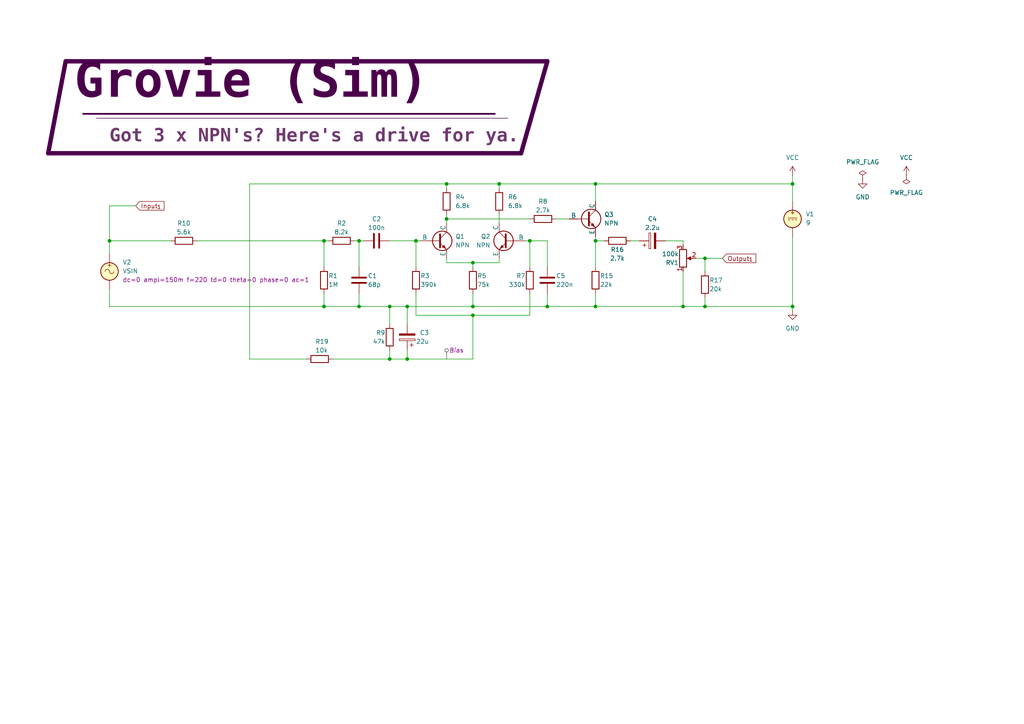
<source format=kicad_sch>
(kicad_sch (version 20231120) (generator "eeschema") (generator_version "8.0")
  (paper "A4")
  (title_block (title "Grovie") (date "2025-10-16") (rev "v0.0.0") (company "Quick_Butterfly_4571 (D.B. Buchholz)"))
  (lib_symbols
    (symbol "Device:C" (pin_numbers hide) (pin_names (offset 0.254))
      (property "Reference" "C" (at 0.635 2.54 0))
      (property "Value" "C" (at 0.635 -2.54 0))
      (symbol "C_0_1"
        (polyline (pts (xy -2.032 -0.762) (xy 2.032 -0.762)) (stroke (width 0.508)))
        (polyline (pts (xy -2.032 0.762) (xy 2.032 0.762)) (stroke (width 0.508)))
      )
      (symbol "C_1_1"
        (pin passive line (at 0 3.81 270) (length 2.794) (name "~") (number "1"))
        (pin passive line (at 0 -3.81 90) (length 2.794) (name "~") (number "2"))
      )
    )
    (symbol "Device:C_Polarized" (pin_numbers hide) (pin_names (offset 0.254))
      (property "Reference" "C" (at 0.635 2.54 0))
      (property "Value" "C_Polarized" (at 0.635 -2.54 0))
      (symbol "C_Polarized_0_1"
        (rectangle (start -2.286 0.508) (end 2.286 1.016))
        (polyline (pts (xy -1.778 2.286) (xy -0.762 2.286)))
        (polyline (pts (xy -1.27 2.794) (xy -1.27 1.778)))
        (rectangle (start 2.286 -0.508) (end -2.286 -1.016) (fill (type outline)))
      )
      (symbol "C_Polarized_1_1"
        (pin passive line (at 0 3.81 270) (length 2.794) (name "~") (number "1"))
        (pin passive line (at 0 -3.81 90) (length 2.794) (name "~") (number "2"))
      )
    )
    (symbol "Device:R" (pin_numbers hide) (pin_names (offset 0))
      (property "Reference" "R" (at 2.032 0 90))
      (property "Value" "R" (at 0 0 90))
      (symbol "R_0_1"
        (rectangle (start -1.016 -2.54) (end 1.016 2.54) (stroke (width 0.254)))
      )
      (symbol "R_1_1"
        (pin passive line (at 0 3.81 270) (length 1.27) (name "~") (number "1"))
        (pin passive line (at 0 -3.81 90) (length 1.27) (name "~") (number "2"))
      )
    )
    (symbol "Device:R_Potentiometer" (pin_names (offset 1.016) hide)
      (property "Reference" "RV" (at -4.445 0 90))
      (property "Value" "R_Potentiometer" (at -2.54 0 90))
      (symbol "R_Potentiometer_0_1"
        (polyline (pts (xy 2.54 0) (xy 1.524 0)))
        (polyline (pts (xy 1.143 0) (xy 2.286 0.508) (xy 2.286 -0.508) (xy 1.143 0)) (fill (type outline)))
        (rectangle (start 1.016 2.54) (end -1.016 -2.54) (stroke (width 0.254)))
      )
      (symbol "R_Potentiometer_1_1"
        (pin passive line (at 0 3.81 270) (length 1.27) (name "1") (number "1"))
        (pin passive line (at 3.81 0 180) (length 1.27) (name "2") (number "2"))
        (pin passive line (at 0 -3.81 90) (length 1.27) (name "3") (number "3"))
      )
    )
    (symbol "Simulation_SPICE:NPN" (pin_numbers hide) (pin_names (offset 0))
      (property "Reference" "Q" (at -2.54 7.62 0))
      (property "Value" "NPN" (at -2.54 5.08 0))
      (symbol "NPN_0_1"
        (polyline (pts (xy -2.54 0) (xy 0.635 0)) (stroke (width 0.1524)))
        (polyline (pts (xy 0.635 0.635) (xy 2.54 2.54)))
        (polyline (pts (xy 2.794 -1.27) (xy 2.794 -1.27)) (stroke (width 0.1524)))
        (polyline (pts (xy 2.794 -1.27) (xy 2.794 -1.27)) (stroke (width 0.1524)))
        (polyline (pts (xy 0.635 -0.635) (xy 2.54 -2.54) (xy 2.54 -2.54)))
        (polyline (pts (xy 0.635 1.905) (xy 0.635 -1.905) (xy 0.635 -1.905)) (stroke (width 0.508)))
        (polyline (pts (xy 1.27 -1.778) (xy 1.778 -1.27) (xy 2.286 -2.286) (xy 1.27 -1.778) (xy 1.27 -1.778)) (fill (type outline)))
        (circle (center 1.27 0) (radius 2.8194) (stroke (width 0.254)))
      )
      (symbol "NPN_1_1"
        (pin open_collector line (at 2.54 5.08 270) (length 2.54) (name "C") (number "1"))
        (pin input line (at -5.08 0 0) (length 2.54) (name "B") (number "2"))
        (pin open_emitter line (at 2.54 -5.08 90) (length 2.54) (name "E") (number "3"))
      )
    )
    (symbol "Simulation_SPICE:VDC" (pin_numbers hide) (pin_names (offset 0.0254))
      (property "Reference" "V" (at 2.54 2.54 0))
      (property "Value" "1" (at 2.54 0 0))
      (symbol "VDC_0_0"
        (polyline (pts (xy -1.27 0.254) (xy 1.27 0.254)))
        (polyline (pts (xy -0.762 -0.254) (xy -1.27 -0.254)))
        (polyline (pts (xy 0.254 -0.254) (xy -0.254 -0.254)))
        (polyline (pts (xy 1.27 -0.254) (xy 0.762 -0.254)))
        (text "+" (at 0 1.905 0) (effects (font (size 1.27 1.27))))
      )
      (symbol "VDC_0_1"
        (circle (center 0 0) (radius 2.54) (stroke (width 0.254)) (fill (type background)))
      )
      (symbol "VDC_1_1"
        (pin passive line (at 0 5.08 270) (length 2.54) (name "~") (number "1"))
        (pin passive line (at 0 -5.08 90) (length 2.54) (name "~") (number "2"))
      )
    )
    (symbol "Simulation_SPICE:VSIN" (pin_numbers hide) (pin_names (offset 0.0254))
      (property "Reference" "V" (at 2.54 2.54 0))
      (property "Value" "VSIN" (at 2.54 0 0))
      (property "Sim.Params" "dc=0 ampl=1 f=1k ac=1" (at 2.54 -2.54 0))
      (symbol "VSIN_0_0"
        (arc (start 0 0) (mid -0.635 0.6323) (end -1.27 0))
        (arc (start 0 0) (mid 0.635 -0.6323) (end 1.27 0))
        (text "+" (at 0 1.905 0) (effects (font (size 1.27 1.27))))
      )
      (symbol "VSIN_0_1"
        (circle (center 0 0) (radius 2.54) (stroke (width 0.254)) (fill (type background)))
      )
      (symbol "VSIN_1_1"
        (pin passive line (at 0 5.08 270) (length 2.54) (name "~") (number "1"))
        (pin passive line (at 0 -5.08 90) (length 2.54) (name "~") (number "2"))
      )
    )
    (symbol "power:GND" (power) (pin_numbers hide) (pin_names (offset 0) hide)
      (property "Value" "GND" (at 0 -3.81 0))
      (symbol "GND_0_1"
        (polyline (pts (xy 0 0) (xy 0 -1.27) (xy 1.27 -1.27) (xy 0 -2.54) (xy -1.27 -1.27) (xy 0 -1.27)))
      )
      (symbol "GND_1_1"
        (pin power_in line (at 0 0 270) (length 0) (name "~") (number "1"))
      )
    )
    (symbol "power:PWR_FLAG" (power) (pin_numbers hide) (pin_names (offset 0) hide)
      (property "Value" "PWR_FLAG" (at 0 3.81 0))
      (symbol "PWR_FLAG_0_0"
        (pin power_out line (at 0 0 90) (length 0) (name "~") (number "1"))
      )
      (symbol "PWR_FLAG_0_1"
        (polyline (pts (xy 0 0) (xy 0 1.27) (xy -1.016 1.905) (xy 0 2.54) (xy 1.016 1.905) (xy 0 1.27)))
      )
    )
    (symbol "power:VCC" (power) (pin_numbers hide) (pin_names (offset 0) hide)
      (property "Value" "VCC" (at 0 3.556 0))
      (symbol "VCC_0_1"
        (polyline (pts (xy -0.762 1.27) (xy 0 2.54)))
        (polyline (pts (xy 0 0) (xy 0 2.54)))
        (polyline (pts (xy 0 2.54) (xy 0.762 1.27)))
      )
      (symbol "VCC_1_1"
        (pin power_in line (at 0 0 90) (length 0) (name "~") (number "1"))
      )
    )
  )
  (junction (at 172.72 69.85))
  (junction (at 104.14 88.9))
  (junction (at 229.87 88.9))
  (junction (at 158.75 88.9))
  (junction (at 198.12 88.9))
  (junction (at 113.03 104.14))
  (junction (at 144.78 53.34))
  (junction (at 153.67 69.85))
  (junction (at 172.72 88.9))
  (junction (at 93.98 88.9))
  (junction (at 204.47 88.9))
  (junction (at 113.03 88.9))
  (junction (at 118.11 104.14))
  (junction (at 120.65 69.85))
  (junction (at 137.16 76.2))
  (junction (at 172.72 53.34))
  (junction (at 31.75 69.85))
  (junction (at 129.54 53.34))
  (junction (at 104.14 69.85))
  (junction (at 93.98 69.85))
  (junction (at 204.47 74.93))
  (junction (at 229.87 53.34))
  (junction (at 137.16 91.44))
  (junction (at 118.11 88.9))
  (junction (at 137.16 88.9))
  (junction (at 129.54 63.5))
  (wire (pts (xy 121.92 69.85) (xy 120.65 69.85)))
  (wire (pts (xy 198.12 78.74) (xy 198.12 88.9)))
  (wire (pts (xy 229.87 50.8) (xy 229.87 53.34)))
  (wire (pts (xy 113.03 101.6) (xy 113.03 104.14)))
  (wire (pts (xy 104.14 88.9) (xy 113.03 88.9)))
  (wire (pts (xy 93.98 69.85) (xy 95.25 69.85)))
  (wire (pts (xy 129.54 76.2) (xy 137.16 76.2)))
  (wire (pts (xy 113.03 88.9) (xy 113.03 93.98)))
  (wire (pts (xy 120.65 69.85) (xy 120.65 77.47)))
  (polyline (pts (xy 27.94 34.29) (xy 147.32 34.29)) (stroke (width 0) (color 72 0 72 1)))
  (wire (pts (xy 172.72 85.09) (xy 172.72 88.9)))
  (wire (pts (xy 137.16 91.44) (xy 137.16 104.14)))
  (wire (pts (xy 172.72 53.34) (xy 229.87 53.34)))
  (wire (pts (xy 172.72 69.85) (xy 175.26 69.85)))
  (wire (pts (xy 113.03 104.14) (xy 118.11 104.14)))
  (wire (pts (xy 96.52 104.14) (xy 113.03 104.14)))
  (wire (pts (xy 158.75 77.47) (xy 158.75 69.85)))
  (wire (pts (xy 118.11 101.6) (xy 118.11 104.14)))
  (wire (pts (xy 93.98 85.09) (xy 93.98 88.9)))
  (wire (pts (xy 118.11 88.9) (xy 137.16 88.9)))
  (wire (pts (xy 129.54 74.93) (xy 129.54 76.2)))
  (wire (pts (xy 104.14 85.09) (xy 104.14 88.9)))
  (wire (pts (xy 129.54 63.5) (xy 153.67 63.5)))
  (wire (pts (xy 118.11 93.98) (xy 118.11 88.9)))
  (wire (pts (xy 182.88 69.85) (xy 185.42 69.85)))
  (wire (pts (xy 129.54 53.34) (xy 144.78 53.34)))
  (wire (pts (xy 158.75 69.85) (xy 153.67 69.85)))
  (wire (pts (xy 104.14 69.85) (xy 105.41 69.85)))
  (polyline (pts (xy 13.97 44.45) (xy 19.05 17.78)) (stroke (width 1.27) (type solid) (color 72 0 72 0.58)))
  (wire (pts (xy 153.67 85.09) (xy 153.67 91.44)))
  (wire (pts (xy 193.04 69.85) (xy 198.12 69.85)))
  (wire (pts (xy 102.87 69.85) (xy 104.14 69.85)))
  (wire (pts (xy 72.39 53.34) (xy 129.54 53.34)))
  (wire (pts (xy 93.98 69.85) (xy 93.98 77.47)))
  (wire (pts (xy 161.29 63.5) (xy 165.1 63.5)))
  (polyline (pts (xy 151.13 44.45) (xy 158.75 17.78)) (stroke (width 1.27) (type solid) (color 72 0 72 0.58)))
  (wire (pts (xy 31.75 69.85) (xy 49.53 69.85)))
  (wire (pts (xy 137.16 85.09) (xy 137.16 88.9)))
  (wire (pts (xy 172.72 88.9) (xy 198.12 88.9)))
  (wire (pts (xy 198.12 88.9) (xy 204.47 88.9)))
  (wire (pts (xy 120.65 91.44) (xy 137.16 91.44)))
  (wire (pts (xy 229.87 88.9) (xy 229.87 90.17)))
  (wire (pts (xy 118.11 104.14) (xy 137.16 104.14)))
  (wire (pts (xy 31.75 69.85) (xy 31.75 73.66)))
  (wire (pts (xy 153.67 69.85) (xy 152.4 69.85)))
  (wire (pts (xy 144.78 53.34) (xy 172.72 53.34)))
  (wire (pts (xy 144.78 76.2) (xy 137.16 76.2)))
  (wire (pts (xy 198.12 71.12) (xy 198.12 69.85)))
  (wire (pts (xy 57.15 69.85) (xy 93.98 69.85)))
  (wire (pts (xy 39.37 59.69) (xy 31.75 59.69)))
  (wire (pts (xy 144.78 53.34) (xy 144.78 54.61)))
  (wire (pts (xy 113.03 88.9) (xy 118.11 88.9)))
  (wire (pts (xy 172.72 69.85) (xy 172.72 77.47)))
  (wire (pts (xy 113.03 69.85) (xy 120.65 69.85)))
  (wire (pts (xy 31.75 88.9) (xy 31.75 83.82)))
  (wire (pts (xy 137.16 76.2) (xy 137.16 77.47)))
  (wire (pts (xy 93.98 88.9) (xy 104.14 88.9)))
  (wire (pts (xy 172.72 53.34) (xy 172.72 58.42)))
  (wire (pts (xy 129.54 63.5) (xy 129.54 64.77)))
  (wire (pts (xy 129.54 54.61) (xy 129.54 53.34)))
  (polyline (pts (xy 19.05 17.78) (xy 158.75 17.78)) (stroke (width 1.27) (type solid) (color 72 0 72 0.58)))
  (wire (pts (xy 204.47 86.36) (xy 204.47 88.9)))
  (wire (pts (xy 229.87 68.58) (xy 229.87 88.9)))
  (wire (pts (xy 229.87 53.34) (xy 229.87 58.42)))
  (polyline (pts (xy 151.13 44.45) (xy 13.97 44.45)) (stroke (width 1.27) (type solid) (color 72 0 72 0.58)))
  (wire (pts (xy 204.47 74.93) (xy 209.55 74.93)))
  (wire (pts (xy 31.75 59.69) (xy 31.75 69.85)))
  (wire (pts (xy 72.39 104.14) (xy 72.39 53.34)))
  (wire (pts (xy 153.67 69.85) (xy 153.67 77.47)))
  (polyline (pts (xy 24.13 33.02) (xy 143.51 33.02)) (stroke (width 0.508) (color 72 0 72 0.67)))
  (wire (pts (xy 104.14 77.47) (xy 104.14 69.85)))
  (wire (pts (xy 158.75 85.09) (xy 158.75 88.9)))
  (wire (pts (xy 120.65 85.09) (xy 120.65 91.44)))
  (wire (pts (xy 204.47 74.93) (xy 204.47 78.74)))
  (wire (pts (xy 88.9 104.14) (xy 72.39 104.14)))
  (wire (pts (xy 144.78 62.23) (xy 144.78 64.77)))
  (wire (pts (xy 204.47 88.9) (xy 229.87 88.9)))
  (wire (pts (xy 158.75 88.9) (xy 172.72 88.9)))
  (wire (pts (xy 31.75 88.9) (xy 93.98 88.9)))
  (wire (pts (xy 144.78 74.93) (xy 144.78 76.2)))
  (wire (pts (xy 137.16 88.9) (xy 158.75 88.9)))
  (wire (pts (xy 137.16 91.44) (xy 153.67 91.44)))
  (wire (pts (xy 172.72 69.85) (xy 172.72 68.58)))
  (wire (pts (xy 129.54 62.23) (xy 129.54 63.5)))
  (wire (pts (xy 201.93 74.93) (xy 204.47 74.93)))
  (text "Grovie (Sim)" (at 21.59 26.67 0) (effects (font (size 10.16 10.16) (bold yes) (italic yes)) (justify left)))
  (text "Got 3 x NPN's? Here's a drive for ya." (at 31.75 40.64 0) (effects (font (size 3.81 3.81) (bold yes) (italic yes)) (justify left)))
  (global_label "Input_{1}" (shape input) (at 39.37 59.69 0) (property "Intersheetrefs" "${INTERSHEET_REFS}" (effects (hide yes))))
  (global_label "Output_{1}" (shape input) (at 209.55 74.93 0) (property "Intersheetrefs" "${INTERSHEET_REFS}" (effects (hide yes))))
  (netclass_flag "" (length 2.54) (shape round) (at 129.54 104.14 0) (property "Netclass" "Bias" (at 130.2385 101.6 0) (effects (font (italic yes)) (justify left))))
  (symbol (lib_id "power:PWR_FLAG") (at 262.89 50.8 180) (unit 1)
    (property "Reference" "#FLG2" (effects (hide yes)))
    (property "Value" "PWR_FLAG" (at 262.89 55.88 0))
    (property "Description" "Special symbol for telling ERC where power comes from" (effects (hide yes)))
  )
  (symbol (lib_id "Simulation_SPICE:NPN") (at 147.32 69.85 0) (mirror y) (unit 1)
    (property "Reference" "Q2" (at 142.24 68.5799 0) (effects (justify left)))
    (property "Value" "NPN" (at 142.24 71.1199 0) (effects (justify left)))
    (property "Datasheet" "https://ngspice.sourceforge.io/docs/ngspice-html-manual/manual.xhtml#cha_BJTs" (effects (hide yes)))
    (property "Description" "Bipolar transistor symbol for simulation only, substrate tied to the emitter" (effects (hide yes)))
    (property "Sim.Device" "NPN" (effects (hide yes)))
    (property "Sim.Type" "GUMMELPOON" (effects (hide yes)))
    (property "Sim.Pins" "1=C 2=B 3=E" (effects (hide yes)))
    (property "Sim.Params" "bf=200" (effects (hide yes)))
  )
  (symbol (lib_id "Device:R") (at 113.03 97.79 0) (unit 1)
    (property "Reference" "R9" (at 111.76 96.52 0) (effects (justify right)))
    (property "Value" "47k" (at 111.76 99.06 0) (effects (justify right)))
  )
  (symbol (lib_id "Simulation_SPICE:NPN") (at 127 69.85 0) (unit 1)
    (property "Reference" "Q1" (at 132.08 68.5799 0) (effects (justify left)))
    (property "Value" "NPN" (at 132.08 71.1199 0) (effects (justify left)))
    (property "Datasheet" "https://ngspice.sourceforge.io/docs/ngspice-html-manual/manual.xhtml#cha_BJTs" (effects (hide yes)))
    (property "Description" "Bipolar transistor symbol for simulation only, substrate tied to the emitter" (effects (hide yes)))
    (property "Sim.Device" "NPN" (effects (hide yes)))
    (property "Sim.Type" "GUMMELPOON" (effects (hide yes)))
    (property "Sim.Pins" "1=C 2=B 3=E" (effects (hide yes)))
    (property "Sim.Params" "bf=200" (effects (hide yes)))
  )
  (symbol (lib_id "Device:R") (at 120.65 81.28 0) (unit 1)
    (property "Reference" "R3" (at 121.92 80.01 0) (effects (justify left)))
    (property "Value" "390k" (at 121.92 82.55 0) (effects (justify left)))
  )
  (symbol (lib_id "power:VCC") (at 229.87 50.8 0) (unit 1)
    (property "Reference" "#PWR1" (effects (hide yes)))
    (property "Value" "VCC" (at 229.87 45.72 0))
    (property "Description" "Power symbol creates a global label with name \"VCC\"" (effects (hide yes)))
  )
  (symbol (lib_id "Device:R") (at 129.54 58.42 0) (unit 1)
    (property "Reference" "R4" (at 132.08 57.15 0) (effects (justify left)))
    (property "Value" "6.8k" (at 132.08 59.69 0) (effects (justify left)))
  )
  (symbol (lib_id "power:GND") (at 250.19 52.07 0) (unit 1)
    (property "Reference" "#PWR4" (effects (hide yes)))
    (property "Value" "GND" (at 250.19 57.15 0))
    (property "Description" "Power symbol creates a global label with name \"GND\" , ground" (effects (hide yes)))
  )
  (symbol (lib_id "Device:R") (at 53.34 69.85 90) (unit 1)
    (property "Reference" "R10" (at 53.34 64.77 90))
    (property "Value" "5.6k" (at 53.34 67.31 90))
  )
  (symbol (lib_id "Device:R") (at 93.98 81.28 0) (unit 1)
    (property "Reference" "R1" (at 95.25 80.01 0) (effects (justify left)))
    (property "Value" "1M" (at 95.25 82.55 0) (effects (justify left)))
  )
  (symbol (lib_id "Device:R") (at 153.67 81.28 0) (unit 1)
    (property "Reference" "R7" (at 152.4 80.01 0) (effects (justify right)))
    (property "Value" "330k" (at 152.4 82.55 0) (effects (justify right)))
  )
  (symbol (lib_id "Device:R") (at 157.48 63.5 90) (unit 1)
    (property "Reference" "R8" (at 157.48 58.42 90))
    (property "Value" "2.7k" (at 157.48 60.96 90))
  )
  (symbol (lib_id "Device:R") (at 144.78 58.42 0) (unit 1)
    (property "Reference" "R6" (at 147.32 57.15 0) (effects (justify left)))
    (property "Value" "6.8k" (at 147.32 59.69 0) (effects (justify left)))
  )
  (symbol (lib_id "Device:R_Potentiometer") (at 198.12 74.93 0) (mirror x) (unit 1)
    (property "Reference" "RV1" (at 196.85 76.2 0) (effects (justify right)))
    (property "Value" "100k" (at 196.85 73.66 0) (effects (justify right)))
    (property "Sim.Device" "R" (effects (hide yes)))
    (property "Sim.Type" "POT" (effects (hide yes)))
    (property "Sim.Pins" "1=r0 2=wiper 3=r1" (effects (hide yes)))
    (property "Sim.Params" "r=100k pos=1" (effects (hide yes)))
  )
  (symbol (lib_id "Device:C_Polarized") (at 118.11 97.79 180) (unit 1)
    (property "Reference" "C3" (at 124.46 96.52 0) (effects (justify left)))
    (property "Value" "22u" (at 124.46 99.06 0) (effects (justify left)))
  )
  (symbol (lib_id "power:GND") (at 229.87 90.17 0) (unit 1)
    (property "Reference" "#PWR3" (effects (hide yes)))
    (property "Value" "GND" (at 229.87 95.25 0))
    (property "Description" "Power symbol creates a global label with name \"GND\" , ground" (effects (hide yes)))
  )
  (symbol (lib_id "Device:R") (at 204.47 82.55 0) (unit 1)
    (property "Reference" "R17" (at 205.74 81.28 0) (effects (justify left)))
    (property "Value" "20k" (at 205.74 83.82 0) (effects (justify left)))
  )
  (symbol (lib_id "Simulation_SPICE:NPN") (at 170.18 63.5 0) (unit 1)
    (property "Reference" "Q3" (at 175.26 62.2299 0) (effects (justify left)))
    (property "Value" "NPN" (at 175.26 64.7699 0) (effects (justify left)))
    (property "Datasheet" "https://ngspice.sourceforge.io/docs/ngspice-html-manual/manual.xhtml#cha_BJTs" (effects (hide yes)))
    (property "Description" "Bipolar transistor symbol for simulation only, substrate tied to the emitter" (effects (hide yes)))
    (property "Sim.Device" "NPN" (effects (hide yes)))
    (property "Sim.Type" "GUMMELPOON" (effects (hide yes)))
    (property "Sim.Pins" "1=C 2=B 3=E" (effects (hide yes)))
    (property "Sim.Params" "bf=200" (effects (hide yes)))
  )
  (symbol (lib_id "Device:R") (at 137.16 81.28 0) (unit 1)
    (property "Reference" "R5" (at 138.43 80.01 0) (effects (justify left)))
    (property "Value" "75k" (at 138.43 82.55 0) (effects (justify left)))
  )
  (symbol (lib_id "Device:R") (at 99.06 69.85 90) (unit 1)
    (property "Reference" "R2" (at 99.06 64.77 90))
    (property "Value" "8.2k" (at 99.06 67.31 90))
  )
  (symbol (lib_id "Device:R") (at 92.71 104.14 90) (unit 1)
    (property "Reference" "R19" (at 91.44 99.06 90) (effects (justify right)))
    (property "Value" "10k" (at 91.44 101.6 90) (effects (justify right)))
  )
  (symbol (lib_id "Device:C") (at 158.75 81.28 180) (unit 1)
    (property "Reference" "C5" (at 161.29 80.01 0) (effects (justify right)))
    (property "Value" "220n" (at 161.29 82.55 0) (effects (justify right)))
  )
  (symbol (lib_id "Simulation_SPICE:VDC") (at 229.87 63.5 0) (unit 1)
    (property "Reference" "V1" (at 233.68 62.1001 0) (effects (justify left)))
    (property "Value" "9" (at 233.68 64.6401 0) (effects (justify left)))
    (property "Datasheet" "https://ngspice.sourceforge.io/docs/ngspice-html-manual/manual.xhtml#sec_Independent_Sources_for" (effects (hide yes)))
    (property "Description" "Voltage source, DC" (effects (hide yes)))
    (property "Sim.Pins" "1=+ 2=-" (effects (hide yes)))
    (property "Sim.Type" "DC" (effects (hide yes)))
    (property "Sim.Device" "V" (effects (hide yes)))
  )
  (symbol (lib_id "Device:R") (at 179.07 69.85 270) (unit 1)
    (property "Reference" "R16" (at 179.07 72.39 90))
    (property "Value" "2.7k" (at 179.07 74.93 90))
  )
  (symbol (lib_id "Device:C_Polarized") (at 189.23 69.85 90) (unit 1)
    (property "Reference" "C4" (at 189.23 63.5 90))
    (property "Value" "2.2u" (at 189.23 66.04 90))
  )
  (symbol (lib_id "power:PWR_FLAG") (at 250.19 52.07 0) (unit 1)
    (property "Reference" "#FLG1" (effects (hide yes)))
    (property "Value" "PWR_FLAG" (at 250.19 46.99 0))
    (property "Description" "Special symbol for telling ERC where power comes from" (effects (hide yes)))
  )
  (symbol (lib_id "Device:C") (at 109.22 69.85 90) (unit 1)
    (property "Reference" "C2" (at 109.22 63.5 90))
    (property "Value" "100n" (at 109.22 66.04 90))
  )
  (symbol (lib_id "power:VCC") (at 262.89 50.8 0) (unit 1)
    (property "Reference" "#PWR2" (effects (hide yes)))
    (property "Value" "VCC" (at 262.89 45.72 0))
    (property "Description" "Power symbol creates a global label with name \"VCC\"" (effects (hide yes)))
  )
  (symbol (lib_id "Device:R") (at 172.72 81.28 180) (unit 1)
    (property "Reference" "R15" (at 173.99 80.01 0) (effects (justify right)))
    (property "Value" "22k" (at 173.99 82.55 0) (effects (justify right)))
  )
  (symbol (lib_id "Simulation_SPICE:VSIN") (at 31.75 78.74 0) (unit 1)
    (property "Reference" "V2" (at 35.56 76.0701 0) (effects (justify left)))
    (property "Value" "VSIN" (at 35.56 78.6101 0) (effects (justify left)))
    (property "Datasheet" "https://ngspice.sourceforge.io/docs/ngspice-html-manual/manual.xhtml#sec_Independent_Sources_for" (effects (hide yes)))
    (property "Description" "Voltage source, sinusoidal" (effects (hide yes)))
    (property "Sim.Pins" "1=+ 2=-" (effects (hide yes)))
    (property "Sim.Params" "dc=0 ampl=150m f=220 td=0 theta=0 phase=0 ac=1" (at 35.56 81.1501 0) (effects (justify left)))
    (property "Sim.Type" "SIN" (effects (hide yes)))
    (property "Sim.Device" "V" (effects (hide yes)))
  )
  (symbol (lib_id "Device:C") (at 104.14 81.28 0) (unit 1)
    (property "Reference" "C1" (at 106.68 80.01 0) (effects (justify left)))
    (property "Value" "68p" (at 106.68 82.55 0) (effects (justify left)))
  )
)
</source>
